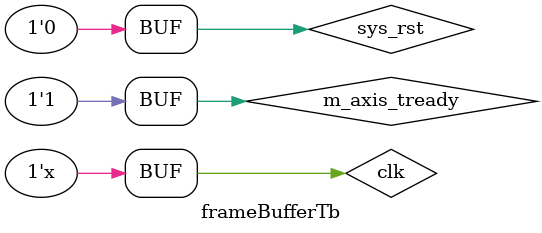
<source format=v>
`timescale 1ns / 1ps


module frameBufferTb();

parameter RESET_PERIOD     = 200;
parameter CLKIN_PERIOD    = 2;    // 时钟周期
parameter DATA_WIDTH      = 32;   // 数据位宽
parameter BYTE_NUM        = 4;    // 字节数
parameter WAIT_CYCLES     = 10;   // 帧间等待周期

reg                     sys_rst;
reg                     clk;

// 时钟和复位初始化
initial begin
    clk = 1'b0;
    sys_rst = 1'b1;
    #RESET_PERIOD
    sys_rst = 1'b0;
end

// 时钟生成
always begin
    clk = #(CLKIN_PERIOD/2) ~clk;
end

// 测试信号定义
reg [31:0]  count;          // 计数器
reg [31:0]  i_length;       // 输入长度
reg [31:0]  i_axis_tdata;   // 输入数据
reg [03:0]  i_axis_tkeep;   // 字节有效信号
reg         i_axis_tvalid;   // 数据有效信号
reg         i_axis_tlast;    // 帧结束信号
wire        i_axis_tready;   // 接收就绪信号

// 输出信号
wire[31:0]  m_axis_tdata;   // 输出数据
wire[03:0]  m_axis_tkeep;   // 输出字节有效
wire        m_axis_tvalid;   // 输出数据有效
wire        m_axis_tlast;    // 输出帧结束
wire         m_axis_tready;   // 输出接收就绪

// 测试参数定义
localparam cnt_FixLength = 250;
localparam cnt_GapLength_1 = 125;    // 间隙长度
localparam keep_LastclkByte = 15;
localparam cnt_LastclkByte = 4 - $clog2(16-keep_LastclkByte);
localparam cnt_FixLengthByte = cnt_FixLength * 4 - 4 + cnt_LastclkByte;
assign m_axis_tready = 1'b1;
// 测试激励生成
always @(posedge clk) begin
    if (sys_rst) begin
        count <= 'd0;
        i_length <= 'd0;
        i_axis_tdata <= 32'h12345678;
        i_axis_tkeep <= 'd0;
        i_axis_tvalid <= 'd0;
        i_axis_tlast <= 'd0;
    end else begin
        // 计数器控制
        if (count == (cnt_FixLength + cnt_GapLength_1  - 'd1)) begin
            count <= 'd0;
        end else begin
            count <= count + 1;
        end


		i_length         <= cnt_FixLengthByte;
		i_axis_tdata     <= count == (cnt_FixLength + cnt_GapLength_1 - 'd1) ?  'h12345678 : i_axis_tdata + 1;

		if(count < (cnt_FixLength - 'd1)) i_axis_tkeep <= 'hf;
		else if(count == (cnt_FixLength - 'd1)) i_axis_tkeep <= keep_LastclkByte;
		else  i_axis_tkeep <= 'd0;
		i_axis_tvalid    <= (count <= (cnt_FixLength - 'd1)) ? 'b1 : 'b0;
		i_axis_tlast     <= (count == (cnt_FixLength - 'd1)) ? 'b1 : 'b0;
    end
end

// DUT实例化
frameBuffer #(
    .DATA_WIDTH(DATA_WIDTH),
    .BYTE_NUM(BYTE_NUM),
    .WAIT_CYCLES(WAIT_CYCLES)
) frame_buffer_inst (
    .clk(clk),
    .rst_n(!sys_rst),
    
    // 输入接口
    .i_axis_tdata(i_axis_tdata),
    .i_axis_tkeep(i_axis_tkeep),
    .i_axis_tvalid(i_axis_tvalid),
    .i_axis_tlast(i_axis_tlast),
    .i_axis_tready(i_axis_tready),
    .i_length(i_length),
    
    // 输出接口
    .m_axis_tdata(m_axis_tdata),
    .m_axis_tkeep(m_axis_tkeep),
    .m_axis_tvalid(m_axis_tvalid),
    .m_axis_tlast(m_axis_tlast),
    .m_axis_tready(m_axis_tready)
);




// // 测试结果监控
// reg [31:0] frame_monitor;
// always @(posedge clk) begin
//     if (sys_rst) begin
//         frame_monitor <= 0;
//     end else begin
//         if (m_axis_tvalid && m_axis_tready && m_axis_tlast) begin
//             frame_monitor <= frame_monitor + 1;
//             $display("Frame %d completed at time %t", frame_monitor, $time);
//         end
//     end
// end

endmodule


</source>
